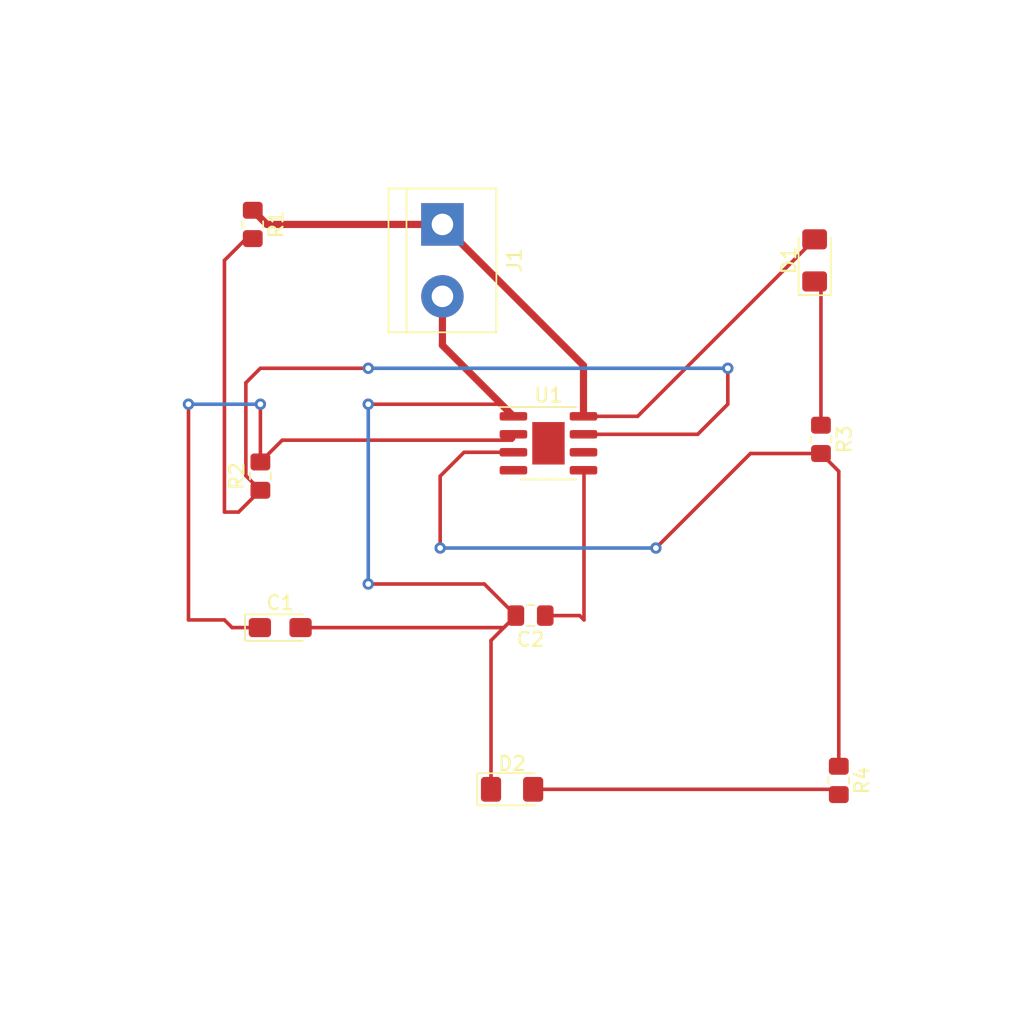
<source format=kicad_pcb>
(kicad_pcb (version 20211014) (generator pcbnew)
  (layers (0 "F.Cu" signal) (31 "B.Cu" signal) (34 "B.Paste" user) (35 "F.Paste" user) (36 "B.SilkS" user "B.Silkscreen") (37 "F.SilkS" user "F.Silkscreen") (38 "B.Mask" user) (39 "F.Mask" user) (44 "Edge.Cuts" user))
  (net 0 "")
  (net 1 "/pin_2")
  (net 2 "GND")
  (net 3 "Net-(C2-Pad1)")
  (net 4 "Net-(D1-Pad1)")
  (net 5 "Net-(D1-Pad2)")
  (net 6 "Net-(D2-Pad2)")
  (net 7 "/pin_7")
  (net 8 "/pin_3")
  (net 9 "/+9V")
  (footprint "Capacitor_Tantalum_SMD:CP_EIA-3216-18_Kemet-A_Pad1.58x1.35mm_HandSolder" (layer "F.Cu") (at 133.48 102.14)
    (fp_text reference "C1" (at 0 -1.75) (layer "F.SilkS"))
    (fp_text value "10uF")
    (fp_line (start 1.6 -0.935) (end -2.485 -0.935) (layer "F.SilkS") (width 0.12))
    (fp_line (start -2.485 0.935) (end 1.6 0.935) (layer "F.SilkS") (width 0.12))
    (fp_line (start -2.485 -0.935) (end -2.485 0.935) (layer "F.SilkS") (width 0.12))
    (pad "1" smd roundrect (at -1.4375 0) (size 1.575 1.35) (layers "F.Cu" "F.Paste" "F.Mask") (roundrect_rratio 0.185185) (net 1 "/pin_2"))
    (pad "2" smd roundrect (at 1.4375 0) (size 1.575 1.35) (layers "F.Cu" "F.Paste" "F.Mask") (roundrect_rratio 0.185185) (net 2 "GND"))
  )
  (footprint "LED_SMD:LED_1206_3216Metric_Pad1.42x1.75mm_HandSolder" (layer "F.Cu") (at 171.2325 76.2 90)
    (fp_text reference "D1" (at 0 -1.82 90) (layer "F.SilkS"))
    (fp_text value "LED")
    (fp_line (start 1.6 -1.135) (end -2.46 -1.135) (layer "F.SilkS") (width 0.12))
    (fp_line (start -2.46 1.135) (end 1.6 1.135) (layer "F.SilkS") (width 0.12))
    (fp_line (start -2.46 -1.135) (end -2.46 1.135) (layer "F.SilkS") (width 0.12))
    (pad "1" smd roundrect (at -1.4875 0 90) (size 1.425 1.75) (layers "F.Cu" "F.Paste" "F.Mask") (roundrect_rratio 0.175439) (net 4 "Net-(D1-Pad1)"))
    (pad "2" smd roundrect (at 1.4875 0 90) (size 1.425 1.75) (layers "F.Cu" "F.Paste" "F.Mask") (roundrect_rratio 0.175439) (net 5 "Net-(D1-Pad2)"))
  )
  (footprint "LED_SMD:LED_1206_3216Metric_Pad1.42x1.75mm_HandSolder" (layer "F.Cu") (at 149.86 113.565)
    (fp_text reference "D2" (at 0 -1.82) (layer "F.SilkS"))
    (fp_text value "LED")
    (fp_line (start -2.46 -1.135) (end -2.46 1.135) (layer "F.SilkS") (width 0.12))
    (fp_line (start 1.6 -1.135) (end -2.46 -1.135) (layer "F.SilkS") (width 0.12))
    (fp_line (start -2.46 1.135) (end 1.6 1.135) (layer "F.SilkS") (width 0.12))
    (pad "1" smd roundrect (at -1.4875 0) (size 1.425 1.75) (layers "F.Cu" "F.Paste" "F.Mask") (roundrect_rratio 0.175439) (net 2 "GND"))
    (pad "2" smd roundrect (at 1.4875 0) (size 1.425 1.75) (layers "F.Cu" "F.Paste" "F.Mask") (roundrect_rratio 0.175439) (net 6 "Net-(D2-Pad2)"))
  )
  (footprint "TerminalBlock:TerminalBlock_bornier-2_P5.08mm" (layer "F.Cu") (at 144.94 73.66 -90)
    (fp_text reference "J1" (at 2.54 -5.08 90) (layer "F.SilkS"))
    (fp_text value "9V")
    (fp_line (start 7.62 3.81) (end 7.62 -3.81) (layer "F.SilkS") (width 0.12))
    (fp_line (start 7.62 2.54) (end -2.54 2.54) (layer "F.SilkS") (width 0.12))
    (fp_line (start -2.54 -3.81) (end -2.54 3.81) (layer "F.SilkS") (width 0.12))
    (fp_line (start -2.54 3.81) (end 7.62 3.81) (layer "F.SilkS") (width 0.12))
    (fp_line (start 7.62 -3.81) (end -2.54 -3.81) (layer "F.SilkS") (width 0.12))
    (pad "1" thru_hole rect (at 0 0 270) (size 3 3) (drill 1.52) (layers *.Cu *.Mask) (net 5 "Net-(D1-Pad2)"))
    (pad "2" thru_hole circle (at 5.08 0 270) (size 3 3) (drill 1.52) (layers *.Cu *.Mask) (net 2 "GND"))
  )
  (footprint "Capacitor_SMD:C_0805_2012Metric_Pad1.18x1.45mm_HandSolder" (layer "F.Cu") (at 151.16626 101.2925 180)
    (fp_text reference "C2" (at 0 -1.68) (layer "F.SilkS"))
    (fp_text value "0.01uF")
    (fp_line (start -0.261252 -0.735) (end 0.261252 -0.735) (layer "F.SilkS") (width 0.12))
    (fp_line (start -0.261252 0.735) (end 0.261252 0.735) (layer "F.SilkS") (width 0.12))
    (pad "1" smd roundrect (at -1.0375 0 180) (size 1.175 1.45) (layers "F.Cu" "F.Paste" "F.Mask") (roundrect_rratio 0.212766) (net 3 "Net-(C2-Pad1)"))
    (pad "2" smd roundrect (at 1.0375 0 180) (size 1.175 1.45) (layers "F.Cu" "F.Paste" "F.Mask") (roundrect_rratio 0.212766) (net 2 "GND"))
  )
  (footprint "Package_SO:SOIC-8-1EP_3.9x4.9mm_P1.27mm_EP2.29x3mm" (layer "F.Cu") (at 152.43 89.12)
    (fp_text reference "U1" (at 0 -3.4) (layer "F.SilkS"))
    (fp_text value "NE555D")
    (fp_line (start 0 -2.56) (end 1.95 -2.56) (layer "F.SilkS") (width 0.12))
    (fp_line (start 0 -2.56) (end -3.45 -2.56) (layer "F.SilkS") (width 0.12))
    (fp_line (start 0 2.56) (end -1.95 2.56) (layer "F.SilkS") (width 0.12))
    (fp_line (start 0 2.56) (end 1.95 2.56) (layer "F.SilkS") (width 0.12))
    (pad "1" smd roundrect (at -2.475 -1.905) (size 1.95 0.6) (layers "F.Cu" "F.Paste" "F.Mask") (net 2 "GND"))
    (pad "2" smd roundrect (at -2.475 -0.635) (size 1.95 0.6) (layers "F.Cu" "F.Paste" "F.Mask") (net 1 "/pin_2"))
    (pad "3" smd roundrect (at -2.475 0.635) (size 1.95 0.6) (layers "F.Cu" "F.Paste" "F.Mask") (net 8 "/pin_3"))
    (pad "4" smd roundrect (at -2.475 1.905) (size 1.95 0.6) (layers "F.Cu" "F.Paste" "F.Mask") (net 9 "/+9V"))
    (pad "5" smd roundrect (at 2.475 1.905) (size 1.95 0.6) (layers "F.Cu" "F.Paste" "F.Mask") (net 3 "Net-(C2-Pad1)"))
    (pad "6" smd roundrect (at 2.475 0.635) (size 1.95 0.6) (layers "F.Cu" "F.Paste" "F.Mask") (net 1 "/pin_2"))
    (pad "7" smd roundrect (at 2.475 -0.635) (size 1.95 0.6) (layers "F.Cu" "F.Paste" "F.Mask") (net 7 "/pin_7"))
    (pad "8" smd roundrect (at 2.475 -1.905) (size 1.95 0.6) (layers "F.Cu" "F.Paste" "F.Mask") (net 5 "Net-(D1-Pad2)"))
    (pad "9" smd rect (at 0 0) (size 2.29 3) (layers "F.Cu" "F.Mask"))
  )
  (footprint "Resistor_SMD:R_0805_2012Metric_Pad1.20x1.40mm_HandSolder" (layer "F.Cu") (at 131.54 73.66 -90)
    (fp_text reference "R1" (at 0 -1.65 90) (layer "F.SilkS"))
    (fp_text value "1k")
    (fp_line (start -0.227064 -0.735) (end 0.227064 -0.735) (layer "F.SilkS") (width 0.12))
    (fp_line (start -0.227064 0.735) (end 0.227064 0.735) (layer "F.SilkS") (width 0.12))
    (pad "1" smd roundrect (at -1 0 270) (size 1.2 1.4) (layers "F.Cu" "F.Paste" "F.Mask") (roundrect_rratio 0.208333) (net 5 "Net-(D1-Pad2)"))
    (pad "2" smd roundrect (at 1 0 270) (size 1.2 1.4) (layers "F.Cu" "F.Paste" "F.Mask") (roundrect_rratio 0.208333) (net 7 "/pin_7"))
  )
  (footprint "Resistor_SMD:R_0805_2012Metric_Pad1.20x1.40mm_HandSolder" (layer "F.Cu") (at 132.08 91.44 90)
    (fp_text reference "R2" (at 0 -1.65 90) (layer "F.SilkS"))
    (fp_text value "10k")
    (fp_line (start -0.227064 -0.735) (end 0.227064 -0.735) (layer "F.SilkS") (width 0.12))
    (fp_line (start -0.227064 0.735) (end 0.227064 0.735) (layer "F.SilkS") (width 0.12))
    (pad "1" smd roundrect (at -1 0 90) (size 1.2 1.4) (layers "F.Cu" "F.Paste" "F.Mask") (roundrect_rratio 0.208333) (net 7 "/pin_7"))
    (pad "2" smd roundrect (at 1 0 90) (size 1.2 1.4) (layers "F.Cu" "F.Paste" "F.Mask") (roundrect_rratio 0.208333) (net 1 "/pin_2"))
  )
  (footprint "Resistor_SMD:R_0805_2012Metric_Pad1.20x1.40mm_HandSolder" (layer "F.Cu") (at 171.68 88.842064 -90)
    (fp_text reference "R3" (at 0 -1.65 90) (layer "F.SilkS"))
    (fp_text value "1k")
    (fp_line (start -0.227064 -0.735) (end 0.227064 -0.735) (layer "F.SilkS") (width 0.12))
    (fp_line (start -0.227064 0.735) (end 0.227064 0.735) (layer "F.SilkS") (width 0.12))
    (pad "1" smd roundrect (at -1 0 270) (size 1.2 1.4) (layers "F.Cu" "F.Paste" "F.Mask") (roundrect_rratio 0.208333) (net 4 "Net-(D1-Pad1)"))
    (pad "2" smd roundrect (at 1 0 270) (size 1.2 1.4) (layers "F.Cu" "F.Paste" "F.Mask") (roundrect_rratio 0.208333) (net 8 "/pin_3"))
  )
  (footprint "Resistor_SMD:R_0805_2012Metric_Pad1.20x1.40mm_HandSolder" (layer "F.Cu") (at 172.94 112.937616 -90)
    (fp_text reference "R4" (at 0 -1.65 90) (layer "F.SilkS"))
    (fp_text value "1k")
    (fp_line (start -0.227064 0.735) (end 0.227064 0.735) (layer "F.SilkS") (width 0.12))
    (fp_line (start -0.227064 -0.735) (end 0.227064 -0.735) (layer "F.SilkS") (width 0.12))
    (pad "1" smd roundrect (at -1 0 270) (size 1.2 1.4) (layers "F.Cu" "F.Paste" "F.Mask") (roundrect_rratio 0.208333) (net 8 "/pin_3"))
    (pad "2" smd roundrect (at 1 0 270) (size 1.2 1.4) (layers "F.Cu" "F.Paste" "F.Mask") (roundrect_rratio 0.208333) (net 6 "Net-(D2-Pad2)"))
  )
  (segment (start 149.955 88.805) (end 149.955 88.485) (width 0.254) (layer "F.Cu") (net 1))
  (segment (start 132.08 90.44) (end 133.62 88.9) (width 0.254) (layer "F.Cu") (net 1))
  (segment (start 133.62 88.9) (end 149.86 88.9) (width 0.254) (layer "F.Cu") (net 1))
  (segment (start 127 101.6) (end 127 86.36) (width 0.254) (layer "F.Cu") (net 1))
  (segment (start 149.86 88.9) (end 149.955 88.805) (width 0.254) (layer "F.Cu") (net 1))
  (segment (start 129.54 101.6) (end 127 101.6) (width 0.254) (layer "F.Cu") (net 1))
  (segment (start 132.0425 102.14) (end 130.08 102.14) (width 0.254) (layer "F.Cu") (net 1))
  (segment (start 130.08 102.14) (end 129.54 101.6) (width 0.254) (layer "F.Cu") (net 1))
  (segment (start 132.08 90.44) (end 132.08 86.36) (width 0.254) (layer "F.Cu") (net 1))
  (via (at 127 86.36) (size 0.8) (drill 0.4) (layers "F.Cu" "B.Cu") (net 1))
  (via (at 132.08 86.36) (size 0.8) (drill 0.4) (layers "F.Cu" "B.Cu") (net 1))
  (segment (start 132.08 86.36) (end 127 86.36) (width 0.254) (layer "B.Cu") (net 1))
  (segment (start 149.1 86.36) (end 149.955 87.215) (width 0.254) (layer "F.Cu") (net 2))
  (segment (start 147.89626 99.06) (end 139.7 99.06) (width 0.254) (layer "F.Cu") (net 2))
  (segment (start 134.9175 102.14) (end 149.28126 102.14) (width 0.254) (layer "F.Cu") (net 2))
  (segment (start 148.3725 113.565) (end 148.3725 103.04876) (width 0.254) (layer "F.Cu") (net 2))
  (segment (start 139.7 86.36) (end 149.1 86.36) (width 0.254) (layer "F.Cu") (net 2))
  (segment (start 148.3725 103.04876) (end 150.12876 101.2925) (width 0.254) (layer "F.Cu") (net 2))
  (segment (start 149.28126 102.14) (end 150.12876 101.2925) (width 0.254) (layer "F.Cu") (net 2))
  (segment (start 144.94 78.74) (end 144.94 82.2) (width 0.508) (layer "F.Cu") (net 2))
  (segment (start 144.94 82.2) (end 149.955 87.215) (width 0.508) (layer "F.Cu") (net 2))
  (segment (start 150.12876 101.2925) (end 147.89626 99.06) (width 0.254) (layer "F.Cu") (net 2))
  (via (at 139.7 86.36) (size 0.8) (drill 0.4) (layers "F.Cu" "B.Cu") (net 2))
  (via (at 139.7 99.06) (size 0.8) (drill 0.4) (layers "F.Cu" "B.Cu") (net 2))
  (segment (start 139.7 99.06) (end 139.7 86.36) (width 0.254) (layer "B.Cu") (net 2))
  (segment (start 152.20376 101.2925) (end 154.6325 101.2925) (width 0.254) (layer "F.Cu") (net 3))
  (segment (start 154.94 101.6) (end 154.94 91.06) (width 0.254) (layer "F.Cu") (net 3))
  (segment (start 154.94 91.06) (end 154.905 91.025) (width 0.254) (layer "F.Cu") (net 3))
  (segment (start 154.6325 101.2925) (end 154.94 101.6) (width 0.254) (layer "F.Cu") (net 3))
  (segment (start 171.68 78.135) (end 171.68 87.842064) (width 0.254) (layer "F.Cu") (net 4))
  (segment (start 171.2325 77.6875) (end 171.68 78.135) (width 0.254) (layer "F.Cu") (net 4))
  (segment (start 144.94 73.66) (end 132.54 73.66) (width 0.508) (layer "F.Cu") (net 5))
  (segment (start 171.2325 74.7125) (end 158.73 87.215) (width 0.254) (layer "F.Cu") (net 5))
  (segment (start 158.73 87.215) (end 154.905 87.215) (width 0.254) (layer "F.Cu") (net 5))
  (segment (start 132.54 73.66) (end 131.54 72.66) (width 0.508) (layer "F.Cu") (net 5))
  (segment (start 144.94 73.66) (end 154.905 83.625) (width 0.508) (layer "F.Cu") (net 5))
  (segment (start 154.905 83.625) (end 154.905 87.215) (width 0.508) (layer "F.Cu") (net 5))
  (segment (start 172.567384 113.565) (end 172.94 113.937616) (width 0.254) (layer "F.Cu") (net 6))
  (segment (start 151.3475 113.565) (end 172.567384 113.565) (width 0.254) (layer "F.Cu") (net 6))
  (segment (start 131.54 74.66) (end 131.08 74.66) (width 0.254) (layer "F.Cu") (net 7))
  (segment (start 132.08 92.44) (end 131.053 91.413) (width 0.254) (layer "F.Cu") (net 7))
  (segment (start 131.08 74.66) (end 129.54 76.2) (width 0.254) (layer "F.Cu") (net 7))
  (segment (start 165.1 86.36) (end 165.1 83.82) (width 0.254) (layer "F.Cu") (net 7))
  (segment (start 131.053 91.413) (end 131.053 84.847) (width 0.254) (layer "F.Cu") (net 7))
  (segment (start 130.54 93.98) (end 132.08 92.44) (width 0.254) (layer "F.Cu") (net 7))
  (segment (start 162.975 88.485) (end 165.1 86.36) (width 0.254) (layer "F.Cu") (net 7))
  (segment (start 154.905 88.485) (end 162.975 88.485) (width 0.254) (layer "F.Cu") (net 7))
  (segment (start 129.54 93.98) (end 130.54 93.98) (width 0.254) (layer "F.Cu") (net 7))
  (segment (start 129.54 76.2) (end 129.54 93.98) (width 0.254) (layer "F.Cu") (net 7))
  (segment (start 131.053 84.847) (end 132.08 83.82) (width 0.254) (layer "F.Cu") (net 7))
  (segment (start 132.08 83.82) (end 139.7 83.82) (width 0.254) (layer "F.Cu") (net 7))
  (via (at 139.7 83.82) (size 0.8) (drill 0.4) (layers "F.Cu" "B.Cu") (net 7))
  (via (at 165.1 83.82) (size 0.8) (drill 0.4) (layers "F.Cu" "B.Cu") (net 7))
  (segment (start 165.1 83.82) (end 139.7 83.82) (width 0.254) (layer "B.Cu") (net 7))
  (segment (start 149.955 89.755) (end 146.465 89.755) (width 0.254) (layer "F.Cu") (net 8))
  (segment (start 146.465 89.755) (end 144.78 91.44) (width 0.254) (layer "F.Cu") (net 8))
  (segment (start 171.68 89.842064) (end 166.697936 89.842064) (width 0.254) (layer "F.Cu") (net 8))
  (segment (start 172.94 91.102064) (end 171.68 89.842064) (width 0.254) (layer "F.Cu") (net 8))
  (segment (start 172.94 111.937616) (end 172.94 91.102064) (width 0.254) (layer "F.Cu") (net 8))
  (segment (start 166.697936 89.842064) (end 160.02 96.52) (width 0.254) (layer "F.Cu") (net 8))
  (segment (start 144.78 91.44) (end 144.78 96.52) (width 0.254) (layer "F.Cu") (net 8))
  (via (at 160.02 96.52) (size 0.8) (drill 0.4) (layers "F.Cu" "B.Cu") (net 8))
  (via (at 144.78 96.52) (size 0.8) (drill 0.4) (layers "F.Cu" "B.Cu") (net 8))
  (segment (start 160.02 96.52) (end 144.78 96.52) (width 0.254) (layer "B.Cu") (net 8))
)
</source>
